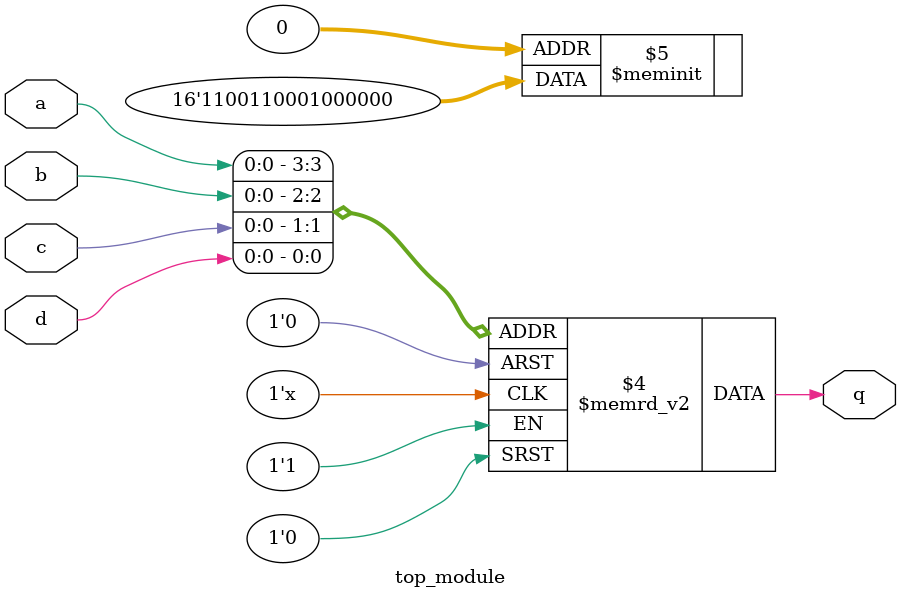
<source format=sv>
module top_module (
    input wire a,
    input wire b,
    input wire c,
    input wire d,
    output reg q
);

    always @(*)
    begin
        case ({a, b, c, d})
            4'b0000: q = 1'b0;
            4'b0001: q = 1'b0;
            4'b0010: q = 1'b0;
            4'b0011: q = 1'b0;
            4'b0100: q = 1'b0;
            4'b0101: q = 1'b0;
            4'b0110: q = 1'b1;
            4'b0111: q = 1'b0;
            4'b1000: q = 1'b0;
            4'b1001: q = 1'b0;
            4'b1010: q = 1'b1;
            4'b1011: q = 1'b1;
            4'b1100: q = 1'b0;
            4'b1101: q = 1'b0;
            4'b1110: q = 1'b1;
            4'b1111: q = 1'b1;
        endcase
    end

endmodule

</source>
